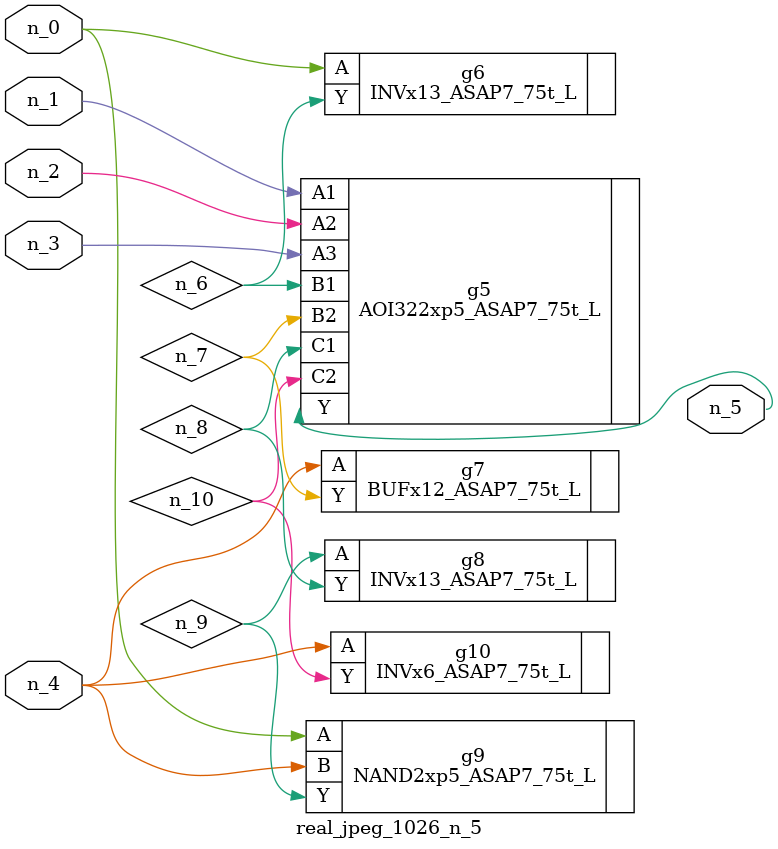
<source format=v>
module real_jpeg_1026_n_5 (n_4, n_0, n_1, n_2, n_3, n_5);

input n_4;
input n_0;
input n_1;
input n_2;
input n_3;

output n_5;

wire n_8;
wire n_6;
wire n_7;
wire n_10;
wire n_9;

INVx13_ASAP7_75t_L g6 ( 
.A(n_0),
.Y(n_6)
);

NAND2xp5_ASAP7_75t_L g9 ( 
.A(n_0),
.B(n_4),
.Y(n_9)
);

AOI322xp5_ASAP7_75t_L g5 ( 
.A1(n_1),
.A2(n_2),
.A3(n_3),
.B1(n_6),
.B2(n_7),
.C1(n_8),
.C2(n_10),
.Y(n_5)
);

BUFx12_ASAP7_75t_L g7 ( 
.A(n_4),
.Y(n_7)
);

INVx6_ASAP7_75t_L g10 ( 
.A(n_4),
.Y(n_10)
);

INVx13_ASAP7_75t_L g8 ( 
.A(n_9),
.Y(n_8)
);


endmodule
</source>
